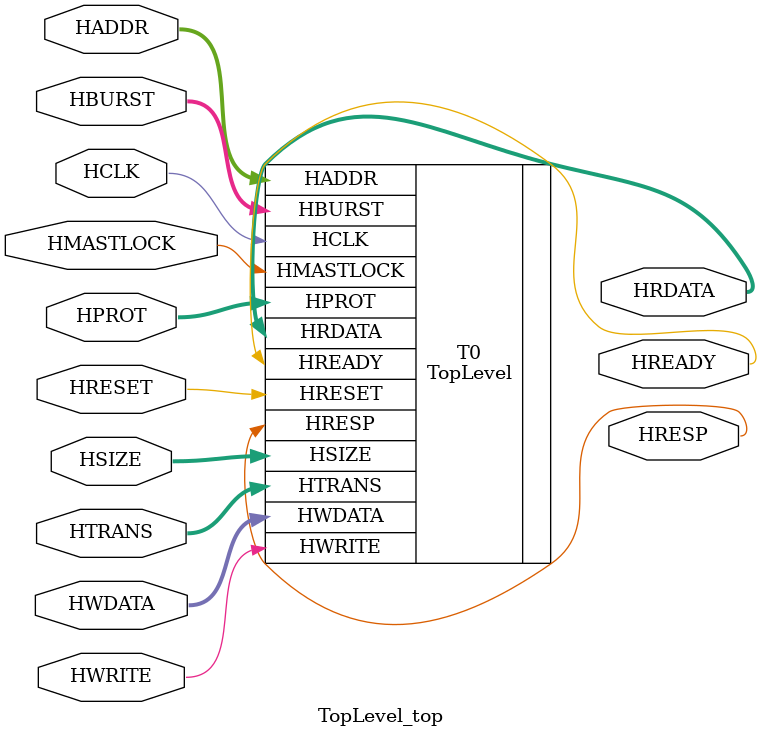
<source format=sv>

module TopLevel_top
(
  input logic HCLK,
  input logic HMASTLOCK,
  input logic HRESET,
  input logic HWRITE,
  input logic [1:0] HTRANS,
  input logic [2:0] HBURST,
  input logic [2:0] HSIZE,
  input logic [3:0] HPROT,
  input logic [31:0] HADDR,
  input logic [63:0] HWDATA,

  output logic HREADY,
  output logic HRESP,
  output logic [63:0] HRDATA
);

  TopLevel T0
  (
    .HCLK(HCLK),
    .HMASTLOCK(HMASTLOCK),
    .HREADY(HREADY),
    .HRESET(HRESET),
    .HWRITE(HWRITE),
    .HTRANS(HTRANS),
    .HBURST(HBURST),
    .HSIZE(HSIZE),
    .HPROT(HPROT),
    .HADDR(HADDR),
    .HWDATA(HWDATA),

    .HRESP(HRESP),
    .HRDATA(HRDATA)
  );
endmodule

</source>
